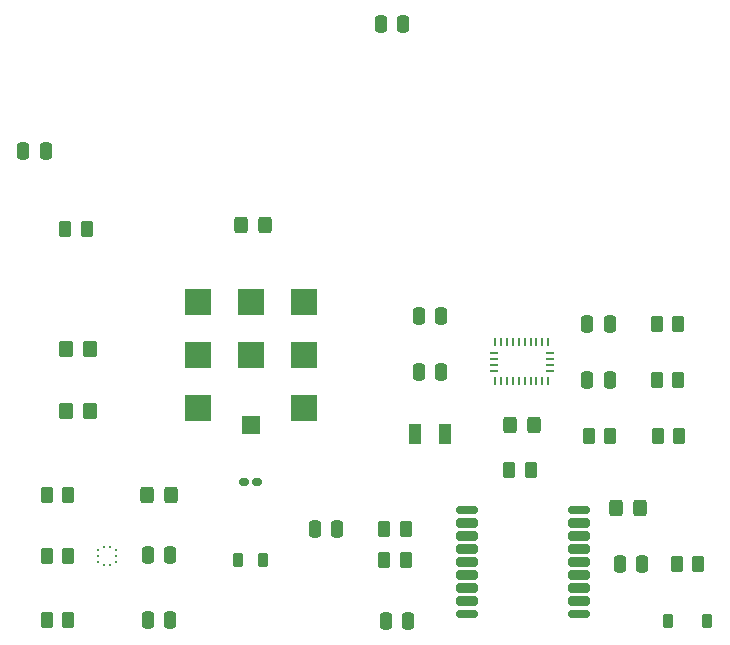
<source format=gbr>
%TF.GenerationSoftware,KiCad,Pcbnew,7.0.7*%
%TF.CreationDate,2024-02-14T21:52:59-05:00*%
%TF.ProjectId,Unified_Board,556e6966-6965-4645-9f42-6f6172642e6b,rev?*%
%TF.SameCoordinates,Original*%
%TF.FileFunction,Paste,Top*%
%TF.FilePolarity,Positive*%
%FSLAX46Y46*%
G04 Gerber Fmt 4.6, Leading zero omitted, Abs format (unit mm)*
G04 Created by KiCad (PCBNEW 7.0.7) date 2024-02-14 21:52:59*
%MOMM*%
%LPD*%
G01*
G04 APERTURE LIST*
G04 Aperture macros list*
%AMRoundRect*
0 Rectangle with rounded corners*
0 $1 Rounding radius*
0 $2 $3 $4 $5 $6 $7 $8 $9 X,Y pos of 4 corners*
0 Add a 4 corners polygon primitive as box body*
4,1,4,$2,$3,$4,$5,$6,$7,$8,$9,$2,$3,0*
0 Add four circle primitives for the rounded corners*
1,1,$1+$1,$2,$3*
1,1,$1+$1,$4,$5*
1,1,$1+$1,$6,$7*
1,1,$1+$1,$8,$9*
0 Add four rect primitives between the rounded corners*
20,1,$1+$1,$2,$3,$4,$5,0*
20,1,$1+$1,$4,$5,$6,$7,0*
20,1,$1+$1,$6,$7,$8,$9,0*
20,1,$1+$1,$8,$9,$2,$3,0*%
G04 Aperture macros list end*
%ADD10RoundRect,0.250000X-0.262500X-0.450000X0.262500X-0.450000X0.262500X0.450000X-0.262500X0.450000X0*%
%ADD11RoundRect,0.250000X0.250000X0.475000X-0.250000X0.475000X-0.250000X-0.475000X0.250000X-0.475000X0*%
%ADD12R,1.500000X1.500000*%
%ADD13R,2.300000X2.300000*%
%ADD14RoundRect,0.250000X-0.250000X-0.475000X0.250000X-0.475000X0.250000X0.475000X-0.250000X0.475000X0*%
%ADD15RoundRect,0.250000X0.325000X0.450000X-0.325000X0.450000X-0.325000X-0.450000X0.325000X-0.450000X0*%
%ADD16R,0.250000X0.275000*%
%ADD17R,0.275000X0.250000*%
%ADD18RoundRect,0.250000X-0.325000X-0.450000X0.325000X-0.450000X0.325000X0.450000X-0.325000X0.450000X0*%
%ADD19R,0.254000X0.675000*%
%ADD20R,0.675000X0.254000*%
%ADD21R,1.000000X1.800000*%
%ADD22RoundRect,0.175000X0.725000X0.175000X-0.725000X0.175000X-0.725000X-0.175000X0.725000X-0.175000X0*%
%ADD23RoundRect,0.200000X0.700000X0.200000X-0.700000X0.200000X-0.700000X-0.200000X0.700000X-0.200000X0*%
%ADD24RoundRect,0.218750X0.218750X0.381250X-0.218750X0.381250X-0.218750X-0.381250X0.218750X-0.381250X0*%
%ADD25RoundRect,0.225000X-0.225000X-0.375000X0.225000X-0.375000X0.225000X0.375000X-0.225000X0.375000X0*%
%ADD26RoundRect,0.250000X-0.350000X-0.450000X0.350000X-0.450000X0.350000X0.450000X-0.350000X0.450000X0*%
%ADD27RoundRect,0.250000X0.262500X0.450000X-0.262500X0.450000X-0.262500X-0.450000X0.262500X-0.450000X0*%
%ADD28RoundRect,0.160000X-0.222500X-0.160000X0.222500X-0.160000X0.222500X0.160000X-0.222500X0.160000X0*%
G04 APERTURE END LIST*
D10*
%TO.C,R15*%
X103087500Y-56600000D03*
X104912500Y-56600000D03*
%TD*%
D11*
%TO.C,C7*%
X151950000Y-85000000D03*
X150050000Y-85000000D03*
%TD*%
D12*
%TO.C,ANT1*%
X118800000Y-73200000D03*
D13*
X114300000Y-71800000D03*
X123300000Y-71800000D03*
X114300000Y-67300000D03*
X118800000Y-67300000D03*
X123300000Y-67300000D03*
X114300000Y-62800000D03*
X118800000Y-62800000D03*
X123300000Y-62800000D03*
%TD*%
D14*
%TO.C,C12*%
X124250000Y-82000000D03*
X126150000Y-82000000D03*
%TD*%
D15*
%TO.C,D5*%
X142775000Y-73200000D03*
X140725000Y-73200000D03*
%TD*%
D11*
%TO.C,C11*%
X99550000Y-50000000D03*
X101450000Y-50000000D03*
%TD*%
D10*
%TO.C,R4*%
X101525000Y-84300000D03*
X103350000Y-84300000D03*
%TD*%
%TO.C,R16*%
X130087500Y-82000000D03*
X131912500Y-82000000D03*
%TD*%
D16*
%TO.C,Alt1*%
X106887500Y-83537500D03*
X106387500Y-83537500D03*
D17*
X105875000Y-83800000D03*
X105875000Y-84300000D03*
X105875000Y-84800000D03*
D16*
X106387500Y-85062500D03*
X106887500Y-85062500D03*
D17*
X107400000Y-84800000D03*
X107400000Y-84300000D03*
X107400000Y-83800000D03*
%TD*%
D14*
%TO.C,C5*%
X133050000Y-68750000D03*
X134950000Y-68750000D03*
%TD*%
D10*
%TO.C,R3*%
X101525000Y-89700000D03*
X103350000Y-89700000D03*
%TD*%
D18*
%TO.C,D4*%
X110012500Y-79100000D03*
X112062500Y-79100000D03*
%TD*%
%TO.C,D3*%
X149725000Y-80200000D03*
X151775000Y-80200000D03*
%TD*%
D19*
%TO.C,U1*%
X144000000Y-69500000D03*
D20*
X144137500Y-68587500D03*
X144137500Y-68087500D03*
X144137500Y-67587500D03*
X144137500Y-67087500D03*
D19*
X144000000Y-66175000D03*
X143500000Y-66175000D03*
X143000000Y-66175000D03*
X142500000Y-66175000D03*
X142000000Y-66175000D03*
X141500000Y-66175000D03*
X141000000Y-66175000D03*
X140500000Y-66175000D03*
X140000000Y-66175000D03*
X139500000Y-66175000D03*
D20*
X139362500Y-67087500D03*
X139362500Y-67587500D03*
X139362500Y-68087500D03*
X139362500Y-68587500D03*
D19*
X139500000Y-69500000D03*
X140000000Y-69500000D03*
X140500000Y-69500000D03*
X141000000Y-69500000D03*
X141500000Y-69500000D03*
X142000000Y-69500000D03*
X142500000Y-69500000D03*
X143000000Y-69500000D03*
X143500000Y-69500000D03*
%TD*%
D14*
%TO.C,C2*%
X110087500Y-84200000D03*
X111987500Y-84200000D03*
%TD*%
D10*
%TO.C,R11*%
X140687500Y-77000000D03*
X142512500Y-77000000D03*
%TD*%
%TO.C,R7*%
X153275000Y-74162500D03*
X155100000Y-74162500D03*
%TD*%
%TO.C,R12*%
X101525000Y-79100000D03*
X103350000Y-79100000D03*
%TD*%
D21*
%TO.C,Y1*%
X132750000Y-74000000D03*
X135250000Y-74000000D03*
%TD*%
D22*
%TO.C,U2*%
X146600000Y-89200000D03*
D23*
X146600000Y-88100000D03*
X146600000Y-87000000D03*
X146600000Y-85900000D03*
X146600000Y-84800000D03*
X146600000Y-83700000D03*
X146600000Y-82600000D03*
X146600000Y-81500000D03*
D22*
X146600000Y-80400000D03*
X137100000Y-80400000D03*
D23*
X137100000Y-81500000D03*
X137100000Y-82600000D03*
X137100000Y-83700000D03*
X137100000Y-84800000D03*
X137100000Y-85900000D03*
X137100000Y-87000000D03*
X137100000Y-88100000D03*
D22*
X137100000Y-89200000D03*
%TD*%
D10*
%TO.C,R6*%
X153187500Y-69412500D03*
X155012500Y-69412500D03*
%TD*%
D24*
%TO.C,FB1*%
X119862500Y-84600000D03*
X117737500Y-84600000D03*
%TD*%
D25*
%TO.C,D1*%
X154150000Y-89800000D03*
X157450000Y-89800000D03*
%TD*%
D11*
%TO.C,C1*%
X111987500Y-89700000D03*
X110087500Y-89700000D03*
%TD*%
D26*
%TO.C,R1*%
X103200000Y-66800000D03*
X105200000Y-66800000D03*
%TD*%
D10*
%TO.C,R5*%
X153187500Y-64662500D03*
X155012500Y-64662500D03*
%TD*%
D18*
%TO.C,D6*%
X117975000Y-56250000D03*
X120025000Y-56250000D03*
%TD*%
D27*
%TO.C,R9*%
X131912500Y-84600000D03*
X130087500Y-84600000D03*
%TD*%
D14*
%TO.C,C6*%
X133050000Y-64000000D03*
X134950000Y-64000000D03*
%TD*%
D11*
%TO.C,C9*%
X132150000Y-89800000D03*
X130250000Y-89800000D03*
%TD*%
D14*
%TO.C,C3*%
X147300000Y-69412500D03*
X149200000Y-69412500D03*
%TD*%
%TO.C,C8*%
X129800000Y-39250000D03*
X131700000Y-39250000D03*
%TD*%
%TO.C,C4*%
X147300000Y-64662500D03*
X149200000Y-64662500D03*
%TD*%
D27*
%TO.C,R8*%
X149250000Y-74162500D03*
X147425000Y-74162500D03*
%TD*%
D28*
%TO.C,D7*%
X118227500Y-78000000D03*
X119372500Y-78000000D03*
%TD*%
D10*
%TO.C,R13*%
X154887500Y-85000000D03*
X156712500Y-85000000D03*
%TD*%
D26*
%TO.C,R2*%
X103200000Y-72000000D03*
X105200000Y-72000000D03*
%TD*%
M02*

</source>
